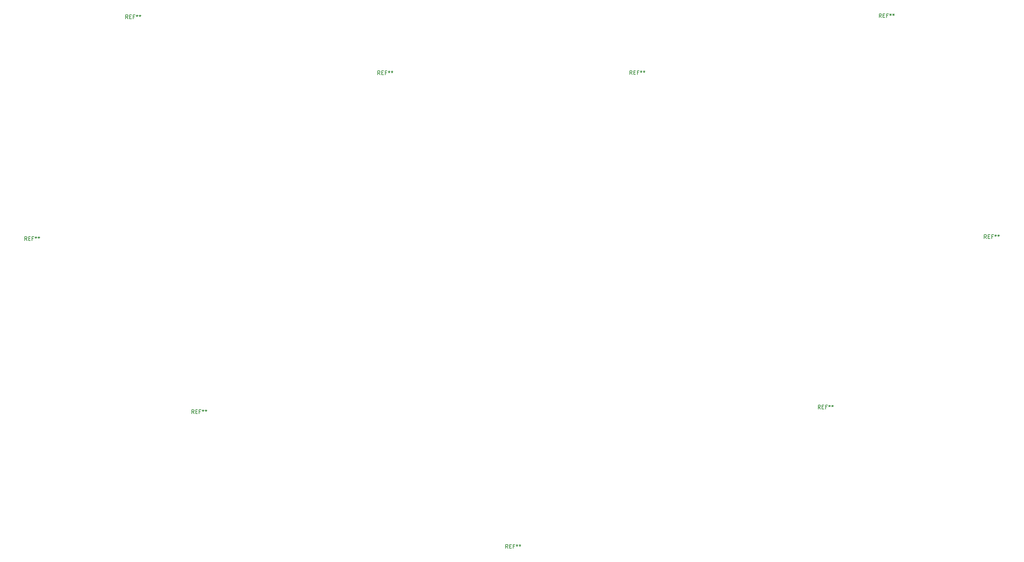
<source format=gbr>
%TF.GenerationSoftware,KiCad,Pcbnew,(5.1.10)-1*%
%TF.CreationDate,2021-09-18T02:39:17-07:00*%
%TF.ProjectId,barobord-bottomplate-outside-pcb,6261726f-626f-4726-942d-626f74746f6d,rev?*%
%TF.SameCoordinates,Original*%
%TF.FileFunction,Legend,Top*%
%TF.FilePolarity,Positive*%
%FSLAX46Y46*%
G04 Gerber Fmt 4.6, Leading zero omitted, Abs format (unit mm)*
G04 Created by KiCad (PCBNEW (5.1.10)-1) date 2021-09-18 02:39:17*
%MOMM*%
%LPD*%
G01*
G04 APERTURE LIST*
%ADD10C,0.150000*%
G04 APERTURE END LIST*
%TO.C,REF\u002A\u002A*%
D10*
X177139259Y-37450784D02*
X176805926Y-36974594D01*
X176567831Y-37450784D02*
X176567831Y-36450784D01*
X176948783Y-36450784D01*
X177044021Y-36498404D01*
X177091640Y-36546023D01*
X177139259Y-36641261D01*
X177139259Y-36784118D01*
X177091640Y-36879356D01*
X177044021Y-36926975D01*
X176948783Y-36974594D01*
X176567831Y-36974594D01*
X177567831Y-36926975D02*
X177901164Y-36926975D01*
X178044021Y-37450784D02*
X177567831Y-37450784D01*
X177567831Y-36450784D01*
X178044021Y-36450784D01*
X178805926Y-36926975D02*
X178472593Y-36926975D01*
X178472593Y-37450784D02*
X178472593Y-36450784D01*
X178948783Y-36450784D01*
X179472593Y-36450784D02*
X179472593Y-36688880D01*
X179234497Y-36593642D02*
X179472593Y-36688880D01*
X179710688Y-36593642D01*
X179329735Y-36879356D02*
X179472593Y-36688880D01*
X179615450Y-36879356D01*
X180234497Y-36450784D02*
X180234497Y-36688880D01*
X179996402Y-36593642D02*
X180234497Y-36688880D01*
X180472593Y-36593642D01*
X180091640Y-36879356D02*
X180234497Y-36688880D01*
X180377354Y-36879356D01*
X241189259Y-22810784D02*
X240855926Y-22334594D01*
X240617831Y-22810784D02*
X240617831Y-21810784D01*
X240998783Y-21810784D01*
X241094021Y-21858404D01*
X241141640Y-21906023D01*
X241189259Y-22001261D01*
X241189259Y-22144118D01*
X241141640Y-22239356D01*
X241094021Y-22286975D01*
X240998783Y-22334594D01*
X240617831Y-22334594D01*
X241617831Y-22286975D02*
X241951164Y-22286975D01*
X242094021Y-22810784D02*
X241617831Y-22810784D01*
X241617831Y-21810784D01*
X242094021Y-21810784D01*
X242855926Y-22286975D02*
X242522593Y-22286975D01*
X242522593Y-22810784D02*
X242522593Y-21810784D01*
X242998783Y-21810784D01*
X243522593Y-21810784D02*
X243522593Y-22048880D01*
X243284497Y-21953642D02*
X243522593Y-22048880D01*
X243760688Y-21953642D01*
X243379735Y-22239356D02*
X243522593Y-22048880D01*
X243665450Y-22239356D01*
X244284497Y-21810784D02*
X244284497Y-22048880D01*
X244046402Y-21953642D02*
X244284497Y-22048880D01*
X244522593Y-21953642D01*
X244141640Y-22239356D02*
X244284497Y-22048880D01*
X244427354Y-22239356D01*
X268189259Y-79690784D02*
X267855926Y-79214594D01*
X267617831Y-79690784D02*
X267617831Y-78690784D01*
X267998783Y-78690784D01*
X268094021Y-78738404D01*
X268141640Y-78786023D01*
X268189259Y-78881261D01*
X268189259Y-79024118D01*
X268141640Y-79119356D01*
X268094021Y-79166975D01*
X267998783Y-79214594D01*
X267617831Y-79214594D01*
X268617831Y-79166975D02*
X268951164Y-79166975D01*
X269094021Y-79690784D02*
X268617831Y-79690784D01*
X268617831Y-78690784D01*
X269094021Y-78690784D01*
X269855926Y-79166975D02*
X269522593Y-79166975D01*
X269522593Y-79690784D02*
X269522593Y-78690784D01*
X269998783Y-78690784D01*
X270522593Y-78690784D02*
X270522593Y-78928880D01*
X270284497Y-78833642D02*
X270522593Y-78928880D01*
X270760688Y-78833642D01*
X270379735Y-79119356D02*
X270522593Y-78928880D01*
X270665450Y-79119356D01*
X271284497Y-78690784D02*
X271284497Y-78928880D01*
X271046402Y-78833642D02*
X271284497Y-78928880D01*
X271522593Y-78833642D01*
X271141640Y-79119356D02*
X271284497Y-78928880D01*
X271427354Y-79119356D01*
X225529259Y-123500784D02*
X225195926Y-123024594D01*
X224957831Y-123500784D02*
X224957831Y-122500784D01*
X225338783Y-122500784D01*
X225434021Y-122548404D01*
X225481640Y-122596023D01*
X225529259Y-122691261D01*
X225529259Y-122834118D01*
X225481640Y-122929356D01*
X225434021Y-122976975D01*
X225338783Y-123024594D01*
X224957831Y-123024594D01*
X225957831Y-122976975D02*
X226291164Y-122976975D01*
X226434021Y-123500784D02*
X225957831Y-123500784D01*
X225957831Y-122500784D01*
X226434021Y-122500784D01*
X227195926Y-122976975D02*
X226862593Y-122976975D01*
X226862593Y-123500784D02*
X226862593Y-122500784D01*
X227338783Y-122500784D01*
X227862593Y-122500784D02*
X227862593Y-122738880D01*
X227624497Y-122643642D02*
X227862593Y-122738880D01*
X228100688Y-122643642D01*
X227719735Y-122929356D02*
X227862593Y-122738880D01*
X228005450Y-122929356D01*
X228624497Y-122500784D02*
X228624497Y-122738880D01*
X228386402Y-122643642D02*
X228624497Y-122738880D01*
X228862593Y-122643642D01*
X228481640Y-122929356D02*
X228624497Y-122738880D01*
X228767354Y-122929356D01*
X145249259Y-159380784D02*
X144915926Y-158904594D01*
X144677831Y-159380784D02*
X144677831Y-158380784D01*
X145058783Y-158380784D01*
X145154021Y-158428404D01*
X145201640Y-158476023D01*
X145249259Y-158571261D01*
X145249259Y-158714118D01*
X145201640Y-158809356D01*
X145154021Y-158856975D01*
X145058783Y-158904594D01*
X144677831Y-158904594D01*
X145677831Y-158856975D02*
X146011164Y-158856975D01*
X146154021Y-159380784D02*
X145677831Y-159380784D01*
X145677831Y-158380784D01*
X146154021Y-158380784D01*
X146915926Y-158856975D02*
X146582593Y-158856975D01*
X146582593Y-159380784D02*
X146582593Y-158380784D01*
X147058783Y-158380784D01*
X147582593Y-158380784D02*
X147582593Y-158618880D01*
X147344497Y-158523642D02*
X147582593Y-158618880D01*
X147820688Y-158523642D01*
X147439735Y-158809356D02*
X147582593Y-158618880D01*
X147725450Y-158809356D01*
X148344497Y-158380784D02*
X148344497Y-158618880D01*
X148106402Y-158523642D02*
X148344497Y-158618880D01*
X148582593Y-158523642D01*
X148201640Y-158809356D02*
X148344497Y-158618880D01*
X148487354Y-158809356D01*
X64609259Y-124700784D02*
X64275926Y-124224594D01*
X64037831Y-124700784D02*
X64037831Y-123700784D01*
X64418783Y-123700784D01*
X64514021Y-123748404D01*
X64561640Y-123796023D01*
X64609259Y-123891261D01*
X64609259Y-124034118D01*
X64561640Y-124129356D01*
X64514021Y-124176975D01*
X64418783Y-124224594D01*
X64037831Y-124224594D01*
X65037831Y-124176975D02*
X65371164Y-124176975D01*
X65514021Y-124700784D02*
X65037831Y-124700784D01*
X65037831Y-123700784D01*
X65514021Y-123700784D01*
X66275926Y-124176975D02*
X65942593Y-124176975D01*
X65942593Y-124700784D02*
X65942593Y-123700784D01*
X66418783Y-123700784D01*
X66942593Y-123700784D02*
X66942593Y-123938880D01*
X66704497Y-123843642D02*
X66942593Y-123938880D01*
X67180688Y-123843642D01*
X66799735Y-124129356D02*
X66942593Y-123938880D01*
X67085450Y-124129356D01*
X67704497Y-123700784D02*
X67704497Y-123938880D01*
X67466402Y-123843642D02*
X67704497Y-123938880D01*
X67942593Y-123843642D01*
X67561640Y-124129356D02*
X67704497Y-123938880D01*
X67847354Y-124129356D01*
X21679259Y-80170784D02*
X21345926Y-79694594D01*
X21107831Y-80170784D02*
X21107831Y-79170784D01*
X21488783Y-79170784D01*
X21584021Y-79218404D01*
X21631640Y-79266023D01*
X21679259Y-79361261D01*
X21679259Y-79504118D01*
X21631640Y-79599356D01*
X21584021Y-79646975D01*
X21488783Y-79694594D01*
X21107831Y-79694594D01*
X22107831Y-79646975D02*
X22441164Y-79646975D01*
X22584021Y-80170784D02*
X22107831Y-80170784D01*
X22107831Y-79170784D01*
X22584021Y-79170784D01*
X23345926Y-79646975D02*
X23012593Y-79646975D01*
X23012593Y-80170784D02*
X23012593Y-79170784D01*
X23488783Y-79170784D01*
X24012593Y-79170784D02*
X24012593Y-79408880D01*
X23774497Y-79313642D02*
X24012593Y-79408880D01*
X24250688Y-79313642D01*
X23869735Y-79599356D02*
X24012593Y-79408880D01*
X24155450Y-79599356D01*
X24774497Y-79170784D02*
X24774497Y-79408880D01*
X24536402Y-79313642D02*
X24774497Y-79408880D01*
X25012593Y-79313642D01*
X24631640Y-79599356D02*
X24774497Y-79408880D01*
X24917354Y-79599356D01*
X47639259Y-23090784D02*
X47305926Y-22614594D01*
X47067831Y-23090784D02*
X47067831Y-22090784D01*
X47448783Y-22090784D01*
X47544021Y-22138404D01*
X47591640Y-22186023D01*
X47639259Y-22281261D01*
X47639259Y-22424118D01*
X47591640Y-22519356D01*
X47544021Y-22566975D01*
X47448783Y-22614594D01*
X47067831Y-22614594D01*
X48067831Y-22566975D02*
X48401164Y-22566975D01*
X48544021Y-23090784D02*
X48067831Y-23090784D01*
X48067831Y-22090784D01*
X48544021Y-22090784D01*
X49305926Y-22566975D02*
X48972593Y-22566975D01*
X48972593Y-23090784D02*
X48972593Y-22090784D01*
X49448783Y-22090784D01*
X49972593Y-22090784D02*
X49972593Y-22328880D01*
X49734497Y-22233642D02*
X49972593Y-22328880D01*
X50210688Y-22233642D01*
X49829735Y-22519356D02*
X49972593Y-22328880D01*
X50115450Y-22519356D01*
X50734497Y-22090784D02*
X50734497Y-22328880D01*
X50496402Y-22233642D02*
X50734497Y-22328880D01*
X50972593Y-22233642D01*
X50591640Y-22519356D02*
X50734497Y-22328880D01*
X50877354Y-22519356D01*
X112389259Y-37530784D02*
X112055926Y-37054594D01*
X111817831Y-37530784D02*
X111817831Y-36530784D01*
X112198783Y-36530784D01*
X112294021Y-36578404D01*
X112341640Y-36626023D01*
X112389259Y-36721261D01*
X112389259Y-36864118D01*
X112341640Y-36959356D01*
X112294021Y-37006975D01*
X112198783Y-37054594D01*
X111817831Y-37054594D01*
X112817831Y-37006975D02*
X113151164Y-37006975D01*
X113294021Y-37530784D02*
X112817831Y-37530784D01*
X112817831Y-36530784D01*
X113294021Y-36530784D01*
X114055926Y-37006975D02*
X113722593Y-37006975D01*
X113722593Y-37530784D02*
X113722593Y-36530784D01*
X114198783Y-36530784D01*
X114722593Y-36530784D02*
X114722593Y-36768880D01*
X114484497Y-36673642D02*
X114722593Y-36768880D01*
X114960688Y-36673642D01*
X114579735Y-36959356D02*
X114722593Y-36768880D01*
X114865450Y-36959356D01*
X115484497Y-36530784D02*
X115484497Y-36768880D01*
X115246402Y-36673642D02*
X115484497Y-36768880D01*
X115722593Y-36673642D01*
X115341640Y-36959356D02*
X115484497Y-36768880D01*
X115627354Y-36959356D01*
%TD*%
M02*

</source>
